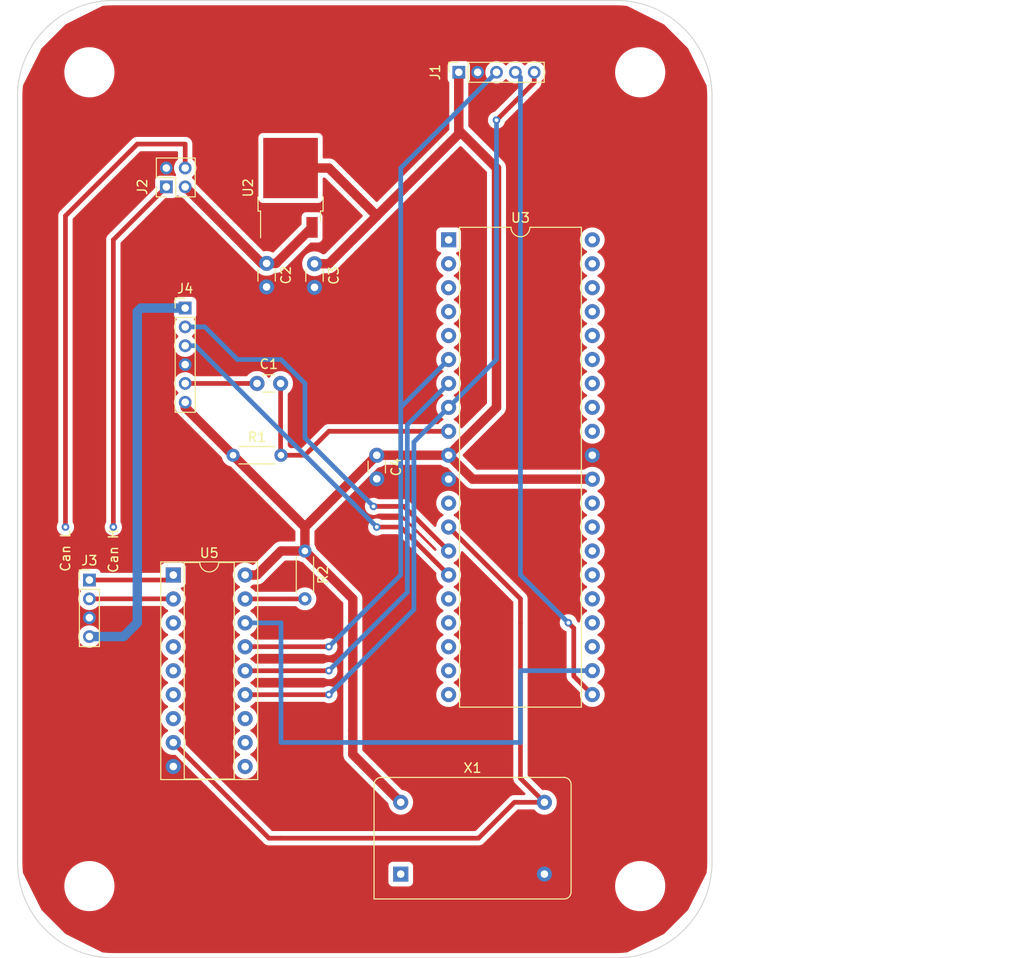
<source format=kicad_pcb>
(kicad_pcb (version 20211014) (generator pcbnew)
  (layers (0 "F.Cu" signal) (31 "B.Cu" signal) (34 "B.Paste" user) (35 "F.Paste" user) (36 "B.SilkS" user "B.Silkscreen") (37 "F.SilkS" user "F.Silkscreen") (38 "B.Mask" user) (39 "F.Mask" user) (44 "Edge.Cuts" user))
  (net 0 "")
  (net 1 "/TX Can")
  (net 2 "GND")
  (net 3 "+3V3")
  (net 4 "/Rx Can")
  (net 5 "/CanL")
  (net 6 "/CanH")
  (net 7 "+5V")
  (net 8 "+12V")
  (net 14 "/MOSI")
  (net 15 "/MISO")
  (net 16 "/SCK")
  (net 18 "/OSC")
  (net 19 "/UART TX")
  (net 20 "/UART RX")
  (net 26 "/CS0")
  (net 27 "/CS1")
  (net 52 "Net-(R2-Pad2)")
  (net 54 "/DTR")
  (net 55 "/Reset_atmega")
  (footprint "Package_DIP:DIP-40_W15.24mm" (layer "F.Cu") (at 129.54 55.88)
    (fp_text reference "U3" (at 7.62 -2.33) (layer "F.SilkS"))
    (fp_text value "ATmega644A-P")
    (fp_line (start 1.16 49.59) (end 14.08 49.59) (layer "F.SilkS") (width 0.12))
    (fp_line (start 6.62 -1.33) (end 1.16 -1.33) (layer "F.SilkS") (width 0.12))
    (fp_line (start 1.16 -1.33) (end 1.16 49.59) (layer "F.SilkS") (width 0.12))
    (fp_line (start 14.08 -1.33) (end 8.62 -1.33) (layer "F.SilkS") (width 0.12))
    (fp_line (start 14.08 49.59) (end 14.08 -1.33) (layer "F.SilkS") (width 0.12))
    (fp_arc (start 8.62 -1.33) (mid 7.62 -0.33) (end 6.62 -1.33) (layer "F.SilkS") (width 0.12))
    (pad "1" thru_hole rect (at 0 0) (size 1.6 1.6) (drill 0.8) (layers *.Cu *.Mask))
    (pad "2" thru_hole oval (at 0 2.54) (size 1.6 1.6) (drill 0.8) (layers *.Cu *.Mask))
    (pad "3" thru_hole oval (at 0 5.08) (size 1.6 1.6) (drill 0.8) (layers *.Cu *.Mask))
    (pad "4" thru_hole oval (at 0 7.62) (size 1.6 1.6) (drill 0.8) (layers *.Cu *.Mask))
    (pad "5" thru_hole oval (at 0 10.16) (size 1.6 1.6) (drill 0.8) (layers *.Cu *.Mask))
    (pad "6" thru_hole oval (at 0 12.7) (size 1.6 1.6) (drill 0.8) (layers *.Cu *.Mask) (net 14 "/MOSI"))
    (pad "7" thru_hole oval (at 0 15.24) (size 1.6 1.6) (drill 0.8) (layers *.Cu *.Mask) (net 15 "/MISO"))
    (pad "8" thru_hole oval (at 0 17.78) (size 1.6 1.6) (drill 0.8) (layers *.Cu *.Mask) (net 16 "/SCK"))
    (pad "9" thru_hole oval (at 0 20.32) (size 1.6 1.6) (drill 0.8) (layers *.Cu *.Mask) (net 55 "/Reset_atmega"))
    (pad "10" thru_hole oval (at 0 22.86) (size 1.6 1.6) (drill 0.8) (layers *.Cu *.Mask) (net 7 "+5V"))
    (pad "11" thru_hole oval (at 0 25.4) (size 1.6 1.6) (drill 0.8) (layers *.Cu *.Mask) (net 2 "GND"))
    (pad "12" thru_hole oval (at 0 27.94) (size 1.6 1.6) (drill 0.8) (layers *.Cu *.Mask))
    (pad "13" thru_hole oval (at 0 30.48) (size 1.6 1.6) (drill 0.8) (layers *.Cu *.Mask) (net 18 "/OSC"))
    (pad "14" thru_hole oval (at 0 33.02) (size 1.6 1.6) (drill 0.8) (layers *.Cu *.Mask) (net 19 "/UART TX"))
    (pad "15" thru_hole oval (at 0 35.56) (size 1.6 1.6) (drill 0.8) (layers *.Cu *.Mask) (net 20 "/UART RX"))
    (pad "16" thru_hole oval (at 0 38.1) (size 1.6 1.6) (drill 0.8) (layers *.Cu *.Mask))
    (pad "17" thru_hole oval (at 0 40.64) (size 1.6 1.6) (drill 0.8) (layers *.Cu *.Mask))
    (pad "18" thru_hole oval (at 0 43.18) (size 1.6 1.6) (drill 0.8) (layers *.Cu *.Mask))
    (pad "19" thru_hole oval (at 0 45.72) (size 1.6 1.6) (drill 0.8) (layers *.Cu *.Mask))
    (pad "20" thru_hole oval (at 0 48.26) (size 1.6 1.6) (drill 0.8) (layers *.Cu *.Mask))
    (pad "21" thru_hole oval (at 15.24 48.26) (size 1.6 1.6) (drill 0.8) (layers *.Cu *.Mask) (net 26 "/CS0"))
    (pad "22" thru_hole oval (at 15.24 45.72) (size 1.6 1.6) (drill 0.8) (layers *.Cu *.Mask) (net 27 "/CS1"))
    (pad "23" thru_hole oval (at 15.24 43.18) (size 1.6 1.6) (drill 0.8) (layers *.Cu *.Mask))
    (pad "24" thru_hole oval (at 15.24 40.64) (size 1.6 1.6) (drill 0.8) (layers *.Cu *.Mask))
    (pad "25" thru_hole oval (at 15.24 38.1) (size 1.6 1.6) (drill 0.8) (layers *.Cu *.Mask))
    (pad "26" thru_hole oval (at 15.24 35.56) (size 1.6 1.6) (drill 0.8) (layers *.Cu *.Mask))
    (pad "27" thru_hole oval (at 15.24 33.02) (size 1.6 1.6) (drill 0.8) (layers *.Cu *.Mask))
    (pad "28" thru_hole oval (at 15.24 30.48) (size 1.6 1.6) (drill 0.8) (layers *.Cu *.Mask))
    (pad "29" thru_hole oval (at 15.24 27.94) (size 1.6 1.6) (drill 0.8) (layers *.Cu *.Mask))
    (pad "30" thru_hole oval (at 15.24 25.4) (size 1.6 1.6) (drill 0.8) (layers *.Cu *.Mask) (net 7 "+5V"))
    (pad "31" thru_hole oval (at 15.24 22.86) (size 1.6 1.6) (drill 0.8) (layers *.Cu *.Mask) (net 2 "GND"))
    (pad "32" thru_hole oval (at 15.24 20.32) (size 1.6 1.6) (drill 0.8) (layers *.Cu *.Mask))
    (pad "33" thru_hole oval (at 15.24 17.78) (size 1.6 1.6) (drill 0.8) (layers *.Cu *.Mask))
    (pad "34" thru_hole oval (at 15.24 15.24) (size 1.6 1.6) (drill 0.8) (layers *.Cu *.Mask))
    (pad "35" thru_hole oval (at 15.24 12.7) (size 1.6 1.6) (drill 0.8) (layers *.Cu *.Mask))
    (pad "36" thru_hole oval (at 15.24 10.16) (size 1.6 1.6) (drill 0.8) (layers *.Cu *.Mask))
    (pad "37" thru_hole oval (at 15.24 7.62) (size 1.6 1.6) (drill 0.8) (layers *.Cu *.Mask))
    (pad "38" thru_hole oval (at 15.24 5.08) (size 1.6 1.6) (drill 0.8) (layers *.Cu *.Mask))
    (pad "39" thru_hole oval (at 15.24 2.54) (size 1.6 1.6) (drill 0.8) (layers *.Cu *.Mask))
    (pad "40" thru_hole oval (at 15.24 0) (size 1.6 1.6) (drill 0.8) (layers *.Cu *.Mask))
  )
  (footprint "Capacitor_THT:C_Disc_D3.0mm_W1.6mm_P2.50mm" (layer "F.Cu") (at 109.22 71.12)
    (fp_text reference "C1" (at 1.25 -2.05) (layer "F.SilkS"))
    (fp_text value "10u")
    (fp_line (start 0.621 -0.92) (end 1.879 -0.92) (layer "F.SilkS") (width 0.12))
    (fp_line (start 0.621 0.92) (end 1.879 0.92) (layer "F.SilkS") (width 0.12))
    (pad "1" thru_hole circle (at 0 0) (size 1.6 1.6) (drill 0.8) (layers *.Cu *.Mask) (net 54 "/DTR"))
    (pad "2" thru_hole circle (at 2.5 0) (size 1.6 1.6) (drill 0.8) (layers *.Cu *.Mask) (net 55 "/Reset_atmega"))
  )
  (footprint "Resistor_THT:R_Axial_DIN0204_L3.6mm_D1.6mm_P5.08mm_Horizontal" (layer "F.Cu") (at 114.3 88.9 -90)
    (fp_text reference "R2" (at 2.54 -1.92 90) (layer "F.SilkS"))
    (fp_text value "10k")
    (fp_line (start 0.62 0.92) (end 4.46 0.92) (layer "F.SilkS") (width 0.12))
    (fp_line (start 0.62 -0.92) (end 4.46 -0.92) (layer "F.SilkS") (width 0.12))
    (pad "1" thru_hole circle (at 0 0 270) (size 1.4 1.4) (drill 0.7) (layers *.Cu *.Mask) (net 7 "+5V"))
    (pad "2" thru_hole oval (at 5.08 0 270) (size 1.4 1.4) (drill 0.7) (layers *.Cu *.Mask) (net 52 "Net-(R2-Pad2)"))
  )
  (footprint "MountingHole:MountingHole_4.3mm_M4" (layer "F.Cu") (at 91.44 124.46)
    (fp_text reference "REF**" hide)
    (fp_text value "MountingHole_4.3mm_M4")
    (pad "" np_thru_hole circle (at 0 0) (size 4.3 4.3) (drill 4.3) (layers *.Cu *.Mask))
  )
  (footprint "Connector_PinSocket_2.00mm:PinSocket_2x02_P2.00mm_Vertical" (layer "F.Cu") (at 99.6 50.26 180)
    (fp_text reference "J2" (at 2.54 0 90) (layer "F.SilkS"))
    (fp_text value "Conn_02x02_Odd_Even")
    (fp_line (start -3.06 -1.06) (end -1 -1.06) (layer "F.SilkS") (width 0.12))
    (fp_line (start -3.06 -1.06) (end -3.06 3.06) (layer "F.SilkS") (width 0.12))
    (fp_line (start -1 1) (end 1.06 1) (layer "F.SilkS") (width 0.12))
    (fp_line (start 1.06 -1.06) (end 1.06 0) (layer "F.SilkS") (width 0.12))
    (fp_line (start -3.06 3.06) (end 1.06 3.06) (layer "F.SilkS") (width 0.12))
    (fp_line (start -1 -1.06) (end -1 1) (layer "F.SilkS") (width 0.12))
    (fp_line (start 0 -1.06) (end 1.06 -1.06) (layer "F.SilkS") (width 0.12))
    (fp_line (start 1.06 1) (end 1.06 3.06) (layer "F.SilkS") (width 0.12))
    (pad "1" thru_hole rect (at 0 0 180) (size 1.35 1.35) (drill 0.8) (layers *.Cu *.Mask) (net 6 "/CanH"))
    (pad "2" thru_hole oval (at -2 0 180) (size 1.35 1.35) (drill 0.8) (layers *.Cu *.Mask) (net 8 "+12V"))
    (pad "3" thru_hole oval (at 0 2 180) (size 1.35 1.35) (drill 0.8) (layers *.Cu *.Mask) (net 2 "GND"))
    (pad "4" thru_hole oval (at -2 2 180) (size 1.35 1.35) (drill 0.8) (layers *.Cu *.Mask) (net 5 "/CanL"))
  )
  (footprint "MountingHole:MountingHole_4.3mm_M4" (layer "F.Cu") (at 149.86 38.1)
    (fp_text reference "REF**" hide)
    (fp_text value "MountingHole_4.3mm_M4")
    (pad "" np_thru_hole circle (at 0 0) (size 4.3 4.3) (drill 4.3) (layers *.Cu *.Mask))
  )
  (footprint "Resistor_THT:R_Axial_DIN0204_L3.6mm_D1.6mm_P5.08mm_Horizontal" (layer "F.Cu") (at 106.68 78.74)
    (fp_text reference "R1" (at 2.54 -1.92) (layer "F.SilkS"))
    (fp_text value "10k")
    (fp_line (start 0.62 0.92) (end 4.46 0.92) (layer "F.SilkS") (width 0.12))
    (fp_line (start 0.62 -0.92) (end 4.46 -0.92) (layer "F.SilkS") (width 0.12))
    (pad "1" thru_hole circle (at 0 0) (size 1.4 1.4) (drill 0.7) (layers *.Cu *.Mask) (net 7 "+5V"))
    (pad "2" thru_hole oval (at 5.08 0) (size 1.4 1.4) (drill 0.7) (layers *.Cu *.Mask) (net 55 "/Reset_atmega"))
  )
  (footprint "Capacitor_THT:C_Disc_D3.0mm_W1.6mm_P2.50mm" (layer "F.Cu") (at 110.235 58.38 -90)
    (fp_text reference "C2" (at 1.25 -2.05 90) (layer "F.SilkS"))
    (fp_text value "10u")
    (fp_line (start 0.621 0.92) (end 1.879 0.92) (layer "F.SilkS") (width 0.12))
    (fp_line (start 0.621 -0.92) (end 1.879 -0.92) (layer "F.SilkS") (width 0.12))
    (pad "1" thru_hole circle (at 0 0 270) (size 1.6 1.6) (drill 0.8) (layers *.Cu *.Mask) (net 8 "+12V"))
    (pad "2" thru_hole circle (at 2.5 0 270) (size 1.6 1.6) (drill 0.8) (layers *.Cu *.Mask) (net 2 "GND"))
  )
  (footprint "Connector_PinSocket_2.00mm:PinSocket_1x05_P2.00mm_Vertical" (layer "F.Cu") (at 130.62 38.1 90)
    (fp_text reference "J1" (at 0 -2.5 90) (layer "F.SilkS"))
    (fp_text value "7Seg con")
    (fp_line (start -1.06 1) (end 1.06 1) (layer "F.SilkS") (width 0.12))
    (fp_line (start -1.06 9.06) (end 1.06 9.06) (layer "F.SilkS") (width 0.12))
    (fp_line (start -1.06 1) (end -1.06 9.06) (layer "F.SilkS") (width 0.12))
    (fp_line (start 1.06 1) (end 1.06 9.06) (layer "F.SilkS") (width 0.12))
    (fp_line (start 0 -1.06) (end 1.06 -1.06) (layer "F.SilkS") (width 0.12))
    (fp_line (start 1.06 -1.06) (end 1.06 0) (layer "F.SilkS") (width 0.12))
    (pad "1" thru_hole rect (at 0 0 90) (size 1.35 1.35) (drill 0.8) (layers *.Cu *.Mask) (net 7 "+5V"))
    (pad "2" thru_hole oval (at 0 2 90) (size 1.35 1.35) (drill 0.8) (layers *.Cu *.Mask) (net 2 "GND"))
    (pad "3" thru_hole oval (at 0 4 90) (size 1.35 1.35) (drill 0.8) (layers *.Cu *.Mask) (net 14 "/MOSI"))
    (pad "4" thru_hole oval (at 0 6 90) (size 1.35 1.35) (drill 0.8) (layers *.Cu *.Mask) (net 26 "/CS0"))
    (pad "5" thru_hole oval (at 0 8 90) (size 1.35 1.35) (drill 0.8) (layers *.Cu *.Mask) (net 16 "/SCK"))
  )
  (footprint "Connector_PinHeader_2.00mm:PinHeader_1x06_P2.00mm_Vertical" (layer "F.Cu") (at 101.6 63.12)
    (fp_text reference "J4" (at 0 -2.06) (layer "F.SilkS"))
    (fp_text value "USB UART BOB")
    (fp_line (start -1.06 1) (end 1.06 1) (layer "F.SilkS") (width 0.12))
    (fp_line (start 1.06 1) (end 1.06 11.06) (layer "F.SilkS") (width 0.12))
    (fp_line (start -1.06 0) (end -1.06 -1.06) (layer "F.SilkS") (width 0.12))
    (fp_line (start -1.06 1) (end -1.06 11.06) (layer "F.SilkS") (width 0.12))
    (fp_line (start -1.06 11.06) (end 1.06 11.06) (layer "F.SilkS") (width 0.12))
    (fp_line (start -1.06 -1.06) (end 0 -1.06) (layer "F.SilkS") (width 0.12))
    (pad "1" thru_hole rect (at 0 0) (size 1.35 1.35) (drill 0.8) (layers *.Cu *.Mask) (net 3 "+3V3"))
    (pad "2" thru_hole oval (at 0 2) (size 1.35 1.35) (drill 0.8) (layers *.Cu *.Mask) (net 19 "/UART TX"))
    (pad "3" thru_hole oval (at 0 4) (size 1.35 1.35) (drill 0.8) (layers *.Cu *.Mask) (net 20 "/UART RX"))
    (pad "4" thru_hole oval (at 0 6) (size 1.35 1.35) (drill 0.8) (layers *.Cu *.Mask) (net 2 "GND"))
    (pad "5" thru_hole oval (at 0 8) (size 1.35 1.35) (drill 0.8) (layers *.Cu *.Mask) (net 54 "/DTR"))
    (pad "6" thru_hole oval (at 0 10) (size 1.35 1.35) (drill 0.8) (layers *.Cu *.Mask) (net 7 "+5V"))
  )
  (footprint "MountingHole:MountingHole_4.3mm_M4" (layer "F.Cu") (at 91.44 38.1)
    (fp_text reference "REF**" hide)
    (fp_text value "MountingHole_4.3mm_M4")
    (pad "" np_thru_hole circle (at 0 0) (size 4.3 4.3) (drill 4.3) (layers *.Cu *.Mask))
  )
  (footprint "Package_DIP:DIP-18_W7.62mm_Socket" (layer "F.Cu") (at 100.34 91.45)
    (fp_text reference "U5" (at 3.81 -2.33) (layer "F.SilkS"))
    (fp_text value "MCP2515")
    (fp_line (start 6.46 -1.33) (end 4.81 -1.33) (layer "F.SilkS") (width 0.12))
    (fp_line (start 1.16 -1.33) (end 1.16 21.65) (layer "F.SilkS") (width 0.12))
    (fp_line (start 1.16 21.65) (end 6.46 21.65) (layer "F.SilkS") (width 0.12))
    (fp_line (start 8.95 21.71) (end 8.95 -1.39) (layer "F.SilkS") (width 0.12))
    (fp_line (start 8.95 -1.39) (end -1.33 -1.39) (layer "F.SilkS") (width 0.12))
    (fp_line (start -1.33 -1.39) (end -1.33 21.71) (layer "F.SilkS") (width 0.12))
    (fp_line (start 2.81 -1.33) (end 1.16 -1.33) (layer "F.SilkS") (width 0.12))
    (fp_line (start 6.46 21.65) (end 6.46 -1.33) (layer "F.SilkS") (width 0.12))
    (fp_line (start -1.33 21.71) (end 8.95 21.71) (layer "F.SilkS") (width 0.12))
    (fp_arc (start 4.81 -1.33) (mid 3.81 -0.33) (end 2.81 -1.33) (layer "F.SilkS") (width 0.12))
    (pad "1" thru_hole rect (at 0 0) (size 1.6 1.6) (drill 0.8) (layers *.Cu *.Mask) (net 1 "/TX Can"))
    (pad "2" thru_hole oval (at 0 2.54) (size 1.6 1.6) (drill 0.8) (layers *.Cu *.Mask) (net 4 "/Rx Can"))
    (pad "3" thru_hole oval (at 0 5.08) (size 1.6 1.6) (drill 0.8) (layers *.Cu *.Mask))
    (pad "4" thru_hole oval (at 0 7.62) (size 1.6 1.6) (drill 0.8) (layers *.Cu *.Mask))
    (pad "5" thru_hole oval (at 0 10.16) (size 1.6 1.6) (drill 0.8) (layers *.Cu *.Mask))
    (pad "6" thru_hole oval (at 0 12.7) (size 1.6 1.6) (drill 0.8) (layers *.Cu *.Mask))
    (pad "7" thru_hole oval (at 0 15.24) (size 1.6 1.6) (drill 0.8) (layers *.Cu *.Mask))
    (pad "8" thru_hole oval (at 0 17.78) (size 1.6 1.6) (drill 0.8) (layers *.Cu *.Mask) (net 18 "/OSC"))
    (pad "9" thru_hole oval (at 0 20.32) (size 1.6 1.6) (drill 0.8) (layers *.Cu *.Mask) (net 2 "GND"))
    (pad "10" thru_hole oval (at 7.62 20.32) (size 1.6 1.6) (drill 0.8) (layers *.Cu *.Mask))
    (pad "11" thru_hole oval (at 7.62 17.78) (size 1.6 1.6) (drill 0.8) (layers *.Cu *.Mask))
    (pad "12" thru_hole oval (at 7.62 15.24) (size 1.6 1.6) (drill 0.8) (layers *.Cu *.Mask))
    (pad "13" thru_hole oval (at 7.62 12.7) (size 1.6 1.6) (drill 0.8) (layers *.Cu *.Mask) (net 16 "/SCK"))
    (pad "14" thru_hole oval (at 7.62 10.16) (size 1.6 1.6) (drill 0.8) (layers *.Cu *.Mask) (net 15 "/MISO"))
    (pad "15" thru_hole oval (at 7.62 7.62) (size 1.6 1.6) (drill 0.8) (layers *.Cu *.Mask) (net 14 "/MOSI"))
    (pad "16" thru_hole oval (at 7.62 5.08) (size 1.6 1.6) (drill 0.8) (layers *.Cu *.Mask) (net 27 "/CS1"))
    (pad "17" thru_hole oval (at 7.62 2.54) (size 1.6 1.6) (drill 0.8) (layers *.Cu *.Mask) (net 52 "Net-(R2-Pad2)"))
    (pad "18" thru_hole oval (at 7.62 0) (size 1.6 1.6) (drill 0.8) (layers *.Cu *.Mask) (net 7 "+5V"))
  )
  (footprint "Package_TO_SOT_SMD:TO-252-2" (layer "F.Cu") (at 112.775 50.36 90)
    (fp_text reference "U2" (at 0 -4.5 90) (layer "F.SilkS"))
    (fp_text value "LD1086DT50TR")
    (fp_line (start -2.47 -3.45) (end -2.47 -3.18) (layer "F.SilkS") (width 0.12))
    (fp_line (start -0.97 3.45) (end -2.47 3.45) (layer "F.SilkS") (width 0.12))
    (fp_line (start -2.47 -3.18) (end -5.3 -3.18) (layer "F.SilkS") (width 0.12))
    (fp_line (start -0.97 -3.45) (end -2.47 -3.45) (layer "F.SilkS") (width 0.12))
    (fp_line (start -2.47 3.18) (end -3.57 3.18) (layer "F.SilkS") (width 0.12))
    (fp_line (start -2.47 3.45) (end -2.47 3.18) (layer "F.SilkS") (width 0.12))
    (pad "1" smd rect (at -4.2 -2.28 90) (size 2.2 1.2) (layers "F.Cu" "F.Paste" "F.Mask") (net 2 "GND"))
    (pad "2" smd rect (at 2.1 0 90) (size 6.4 5.8) (layers "F.Cu" "F.Mask") (net 7 "+5V"))
    (pad "3" smd rect (at -4.2 2.28 90) (size 2.2 1.2) (layers "F.Cu" "F.Paste" "F.Mask") (net 8 "+12V"))
  )
  (footprint "Capacitor_THT:C_Disc_D3.0mm_W1.6mm_P2.50mm" (layer "F.Cu") (at 115.315 58.42 -90)
    (fp_text reference "C3" (at 1.25 -2.05 90) (layer "F.SilkS"))
    (fp_text value "10u")
    (fp_line (start 0.621 -0.92) (end 1.879 -0.92) (layer "F.SilkS") (width 0.12))
    (fp_line (start 0.621 0.92) (end 1.879 0.92) (layer "F.SilkS") (width 0.12))
    (pad "1" thru_hole circle (at 0 0 270) (size 1.6 1.6) (drill 0.8) (layers *.Cu *.Mask) (net 7 "+5V"))
    (pad "2" thru_hole circle (at 2.5 0 270) (size 1.6 1.6) (drill 0.8) (layers *.Cu *.Mask) (net 2 "GND"))
  )
  (footprint "Capacitor_THT:C_Disc_D3.0mm_W1.6mm_P2.50mm" (layer "F.Cu") (at 121.92 78.74 -90)
    (fp_text reference "C4" (at 1.25 -2.05 90) (layer "F.SilkS"))
    (fp_text value "100n")
    (fp_line (start 0.621 0.92) (end 1.879 0.92) (layer "F.SilkS") (width 0.12))
    (fp_line (start 0.621 -0.92) (end 1.879 -0.92) (layer "F.SilkS") (width 0.12))
    (pad "1" thru_hole circle (at 0 0 270) (size 1.6 1.6) (drill 0.8) (layers *.Cu *.Mask) (net 7 "+5V"))
    (pad "2" thru_hole circle (at 2.5 0 270) (size 1.6 1.6) (drill 0.8) (layers *.Cu *.Mask) (net 2 "GND"))
  )
  (footprint "MountingHole:MountingHole_4.3mm_M4" (layer "F.Cu") (at 149.86 124.46)
    (fp_text reference "REF**" hide)
    (fp_text value "MountingHole_4.3mm_M4")
    (pad "" np_thru_hole circle (at 0 0) (size 4.3 4.3) (drill 4.3) (layers *.Cu *.Mask))
  )
  (footprint "Oscillator:Oscillator_DIP-14" (layer "F.Cu") (at 124.46 123.19)
    (fp_text reference "X1" (at 7.62 -11.26) (layer "F.SilkS"))
    (fp_text value "ACO-20MHz-A")
    (fp_line (start 18.07 1.89) (end 18.07 -9.51) (layer "F.SilkS") (width 0.12))
    (fp_line (start -2.83 -9.51) (end -2.83 2.64) (layer "F.SilkS") (width 0.12))
    (fp_line (start -2.83 2.64) (end 17.32 2.64) (layer "F.SilkS") (width 0.12))
    (fp_line (start 17.32 -10.26) (end -2.08 -10.26) (layer "F.SilkS") (width 0.12))
    (fp_arc (start -2.83 -9.51) (mid -2.61033 -10.04033) (end -2.08 -10.26) (layer "F.SilkS") (width 0.12))
    (fp_arc (start 18.07 1.89) (mid 17.85033 2.42033) (end 17.32 2.64) (layer "F.SilkS") (width 0.12))
    (fp_arc (start 17.32 -10.26) (mid 17.85033 -10.04033) (end 18.07 -9.51) (layer "F.SilkS") (width 0.12))
    (pad "1" thru_hole rect (at 0 0) (size 1.6 1.6) (drill 0.8) (layers *.Cu *.Mask))
    (pad "7" thru_hole circle (at 15.24 0) (size 1.6 1.6) (drill 0.8) (layers *.Cu *.Mask) (net 2 "GND"))
    (pad "8" thru_hole circle (at 15.24 -7.62) (size 1.6 1.6) (drill 0.8) (layers *.Cu *.Mask) (net 18 "/OSC"))
    (pad "14" thru_hole circle (at 0 -7.62) (size 1.6 1.6) (drill 0.8) (layers *.Cu *.Mask) (net 7 "+5V"))
  )
  (footprint "Connector_PinHeader_2.00mm:PinHeader_1x04_P2.00mm_Vertical" (layer "F.Cu") (at 91.44 91.98)
    (fp_text reference "J3" (at 0 -2.06) (layer "F.SilkS"))
    (fp_text value "CAN BOB")
    (fp_line (start 1.06 1) (end 1.06 7.06) (layer "F.SilkS") (width 0.12))
    (fp_line (start -1.06 7.06) (end 1.06 7.06) (layer "F.SilkS") (width 0.12))
    (fp_line (start -1.06 0) (end -1.06 -1.06) (layer "F.SilkS") (width 0.12))
    (fp_line (start -1.06 -1.06) (end 0 -1.06) (layer "F.SilkS") (width 0.12))
    (fp_line (start -1.06 1) (end 1.06 1) (layer "F.SilkS") (width 0.12))
    (fp_line (start -1.06 1) (end -1.06 7.06) (layer "F.SilkS") (width 0.12))
    (pad "1" thru_hole rect (at 0 0) (size 1.35 1.35) (drill 0.8) (layers *.Cu *.Mask) (net 1 "/TX Can"))
    (pad "2" thru_hole oval (at 0 2) (size 1.35 1.35) (drill 0.8) (layers *.Cu *.Mask) (net 4 "/Rx Can"))
    (pad "3" thru_hole oval (at 0 4) (size 1.35 1.35) (drill 0.8) (layers *.Cu *.Mask) (net 2 "GND"))
    (pad "4" thru_hole oval (at 0 6) (size 1.35 1.35) (drill 0.8) (layers *.Cu *.Mask) (net 3 "+3V3"))
  )
  (gr_arc (start 157.48 121.92) (mid 154.504205 129.104205) (end 147.32 132.08) (layer "Edge.Cuts") (width 0.1))
  (gr_arc (start 93.98 132.08) (mid 86.795795 129.104205) (end 83.82 121.92) (layer "Edge.Cuts") (width 0.1))
  (gr_line (start 147.32 132.08) (end 93.98 132.08) (layer "Edge.Cuts") (width 0.1))
  (gr_line (start 157.48 40.64) (end 157.48 121.92) (layer "Edge.Cuts") (width 0.1))
  (gr_arc (start 147.32 30.48) (mid 154.504205 33.455795) (end 157.48 40.64) (layer "Edge.Cuts") (width 0.1))
  (gr_line (start 93.98 30.48) (end 147.32 30.48) (layer "Edge.Cuts") (width 0.1))
  (gr_arc (start 83.82 40.64) (mid 86.795795 33.455795) (end 93.98 30.48) (layer "Edge.Cuts") (width 0.1))
  (gr_line (start 83.82 121.92) (end 83.82 40.64) (layer "Edge.Cuts") (width 0.1))
  (gr_text "Can H\n" (at 93.98 88.9 90) (layer "F.SilkS") (effects (font (size 1 1))))
  (gr_text "Can L" (at 88.9 88.9 90) (layer "F.SilkS") (effects (font (size 1 1))))
  (segment (start 91.44 91.98) (end 99.81 91.98) (width 0.5) (layer "F.Cu") (net 1))
  (segment (start 99.81 91.98) (end 100.34 91.45) (width 0.5) (layer "F.Cu") (net 1))
  (segment (start 121.96 81.28) (end 121.92 81.24) (width 0.25) (layer "F.Cu") (net 2))
  (segment (start 129.54 81.28) (end 121.96 81.28) (width 0.5) (layer "F.Cu") (net 2))
  (segment (start 96.52 96.52) (end 95.06 97.98) (width 1) (layer "B.Cu") (net 3))
  (segment (start 101.6 63.12) (end 96.9 63.12) (width 1) (layer "B.Cu") (net 3))
  (segment (start 96.52 63.5) (end 96.52 96.52) (width 1) (layer "B.Cu") (net 3))
  (segment (start 95.06 97.98) (end 91.44 97.98) (width 1) (layer "B.Cu") (net 3))
  (segment (start 96.9 63.12) (end 96.52 63.5) (width 1) (layer "B.Cu") (net 3))
  (segment (start 100.33 93.98) (end 100.34 93.99) (width 0.5) (layer "F.Cu") (net 4))
  (segment (start 91.44 93.98) (end 100.33 93.98) (width 0.5) (layer "F.Cu") (net 4))
  (segment (start 101.6 45.72) (end 96.52 45.72) (width 0.5) (layer "F.Cu") (net 5))
  (segment (start 101.6 48.26) (end 101.6 45.72) (width 0.5) (layer "F.Cu") (net 5))
  (segment (start 88.9 53.34) (end 88.9 86.36) (width 0.5) (layer "F.Cu") (net 5))
  (segment (start 96.52 45.72) (end 88.9 53.34) (width 0.5) (layer "F.Cu") (net 5))
  (via (at 88.9 86.36) (size 0.8) (drill 0.4) (layers "F.Cu" "B.Cu") (net 5))
  (segment (start 93.98 55.88) (end 93.98 86.36) (width 0.5) (layer "F.Cu") (net 6))
  (segment (start 99.6 50.26) (end 93.98 55.88) (width 0.5) (layer "F.Cu") (net 6))
  (via (at 93.98 86.36) (size 0.8) (drill 0.4) (layers "F.Cu" "B.Cu") (net 6))
  (segment (start 101.6 73.66) (end 106.68 78.74) (width 1) (layer "F.Cu") (net 7))
  (segment (start 129.54 78.74) (end 134.62 73.66) (width 1) (layer "F.Cu") (net 7))
  (segment (start 115.315 58.42) (end 116.84 58.42) (width 1) (layer "F.Cu") (net 7))
  (segment (start 134.62 73.66) (end 134.62 48.26) (width 1) (layer "F.Cu") (net 7))
  (segment (start 109.21 91.45) (end 111.76 88.9) (width 1) (layer "F.Cu") (net 7))
  (segment (start 101.6 73.12) (end 101.6 73.66) (width 1) (layer "F.Cu") (net 7))
  (segment (start 116.84 58.42) (end 119.38 55.88) (width 1) (layer "F.Cu") (net 7))
  (segment (start 114.3 88.9) (end 114.3 86.36) (width 1) (layer "F.Cu") (net 7))
  (segment (start 121.92 53.34) (end 119.38 55.88) (width 1) (layer "F.Cu") (net 7))
  (segment (start 107.96 91.45) (end 109.21 91.45) (width 1) (layer "F.Cu") (net 7))
  (segment (start 114.3 88.9) (end 119.38 93.98) (width 1) (layer "F.Cu") (net 7))
  (segment (start 106.68 78.74) (end 114.3 86.36) (width 1) (layer "F.Cu") (net 7))
  (segment (start 130.62 44.64) (end 130.62 38.1) (width 1) (layer "F.Cu") (net 7))
  (segment (start 130.62 44.26) (end 130.62 38.1) (width 1) (layer "F.Cu") (net 7))
  (segment (start 132.08 81.28) (end 129.54 78.74) (width 1) (layer "F.Cu") (net 7))
  (segment (start 134.62 48.26) (end 130.62 44.26) (width 1) (layer "F.Cu") (net 7))
  (segment (start 111.76 88.9) (end 114.3 88.9) (width 1) (layer "F.Cu") (net 7))
  (segment (start 114.3 86.36) (end 121.92 78.74) (width 1) (layer "F.Cu") (net 7))
  (segment (start 144.78 81.28) (end 132.08 81.28) (width 1) (layer "F.Cu") (net 7))
  (segment (start 119.38 55.88) (end 130.62 44.64) (width 1) (layer "F.Cu") (net 7))
  (segment (start 119.38 93.98) (end 119.38 107.95) (width 1) (layer "F.Cu") (net 7))
  (segment (start 112.775 48.26) (end 116.84 48.26) (width 1) (layer "F.Cu") (net 7))
  (segment (start 119.38 110.49) (end 124.46 115.57) (width 1) (layer "F.Cu") (net 7))
  (segment (start 121.92 78.74) (end 129.54 78.74) (width 1) (layer "F.Cu") (net 7))
  (segment (start 116.84 48.26) (end 121.92 53.34) (width 1) (layer "F.Cu") (net 7))
  (segment (start 119.38 107.95) (end 119.38 110.49) (width 1) (layer "F.Cu") (net 7))
  (segment (start 110.235 58.38) (end 111.235 58.38) (width 1) (layer "F.Cu") (net 8))
  (segment (start 101.6 50.26) (end 109.72 58.38) (width 1) (layer "F.Cu") (net 8))
  (segment (start 109.72 58.38) (end 110.235 58.38) (width 1) (layer "F.Cu") (net 8))
  (segment (start 111.235 58.38) (end 115.055 54.56) (width 1) (layer "F.Cu") (net 8))
  (segment (start 107.96 99.07) (end 107.97 99.06) (width 0.5) (layer "F.Cu") (net 14))
  (segment (start 107.97 99.06) (end 116.84 99.06) (width 0.5) (layer "F.Cu") (net 14))
  (via (at 116.84 99.06) (size 0.8) (drill 0.4) (layers "F.Cu" "B.Cu") (net 14))
  (segment (start 116.84 99.06) (end 124.46 91.44) (width 0.5) (layer "B.Cu") (net 14))
  (segment (start 124.46 73.66) (end 124.46 48.26) (width 0.5) (layer "B.Cu") (net 14))
  (segment (start 124.46 91.44) (end 124.46 73.66) (width 0.5) (layer "B.Cu") (net 14))
  (segment (start 124.46 48.26) (end 134.62 38.1) (width 0.5) (layer "B.Cu") (net 14))
  (segment (start 124.46 73.66) (end 129.54 68.58) (width 0.5) (layer "B.Cu") (net 14))
  (segment (start 116.47812 101.61) (end 107.96 101.61) (width 0.5) (layer "F.Cu") (net 15))
  (segment (start 116.84 101.6) (end 116.48812 101.6) (width 0.5) (layer "F.Cu") (net 15))
  (segment (start 116.48812 101.6) (end 116.47812 101.61) (width 0.5) (layer "F.Cu") (net 15))
  (via (at 116.84 101.6) (size 0.8) (drill 0.4) (layers "F.Cu" "B.Cu") (net 15))
  (segment (start 125.15952 93.28048) (end 125.15952 75.50048) (width 0.5) (layer "B.Cu") (net 15))
  (segment (start 116.84 101.6) (end 125.15952 93.28048) (width 0.5) (layer "B.Cu") (net 15))
  (segment (start 125.15952 75.50048) (end 129.54 71.12) (width 0.5) (layer "B.Cu") (net 15))
  (segment (start 138.62 39.18) (end 138.62 38.1) (width 0.5) (layer "F.Cu") (net 16))
  (segment (start 107.96 104.15) (end 116.83 104.15) (width 0.5) (layer "F.Cu") (net 16))
  (segment (start 134.62 43.18) (end 138.62 39.18) (width 0.5) (layer "F.Cu") (net 16))
  (segment (start 116.83 104.15) (end 116.84 104.14) (width 0.5) (layer "F.Cu") (net 16))
  (via (at 116.84 104.14) (size 0.8) (drill 0.4) (layers "F.Cu" "B.Cu") (net 16))
  (via (at 134.62 43.18) (size 0.8) (drill 0.4) (layers "F.Cu" "B.Cu") (net 16))
  (segment (start 134.62 68.58) (end 134.62 43.18) (width 0.5) (layer "B.Cu") (net 16))
  (segment (start 125.85904 77.34096) (end 129.54 73.66) (width 0.5) (layer "B.Cu") (net 16))
  (segment (start 129.54 73.66) (end 134.62 68.58) (width 0.5) (layer "B.Cu") (net 16))
  (segment (start 125.85904 95.12096) (end 125.85904 77.34096) (width 0.5) (layer "B.Cu") (net 16))
  (segment (start 116.84 104.14) (end 125.85904 95.12096) (width 0.5) (layer "B.Cu") (net 16))
  (segment (start 136.525 115.57) (end 132.715 119.38) (width 0.5) (layer "F.Cu") (net 18))
  (segment (start 111.76 119.38) (end 110.49 119.38) (width 0.5) (layer "F.Cu") (net 18))
  (segment (start 137.16 113.03) (end 139.7 115.57) (width 0.5) (layer "F.Cu") (net 18))
  (segment (start 137.16 93.98) (end 137.16 96.52) (width 0.5) (layer "F.Cu") (net 18))
  (segment (start 110.49 119.38) (end 100.34 109.23) (width 0.5) (layer "F.Cu") (net 18))
  (segment (start 129.54 86.36) (end 137.16 93.98) (width 0.5) (layer "F.Cu") (net 18))
  (segment (start 137.16 96.52) (end 137.16 113.03) (width 0.5) (layer "F.Cu") (net 18))
  (segment (start 139.7 115.57) (end 136.525 115.57) (width 0.5) (layer "F.Cu") (net 18))
  (segment (start 132.715 119.38) (end 111.76 119.38) (width 0.5) (layer "F.Cu") (net 18))
  (segment (start 121.57024 84.16976) (end 124.80976 84.16976) (width 0.5) (layer "F.Cu") (net 19))
  (segment (start 124.80976 84.16976) (end 129.54 88.9) (width 0.5) (layer "F.Cu") (net 19))
  (via (at 121.57024 84.16976) (size 0.8) (drill 0.4) (layers "F.Cu" "B.Cu") (net 19))
  (segment (start 101.6 65.12) (end 103.68 65.12) (width 0.5) (layer "B.Cu") (net 19))
  (segment (start 111.76 68.58) (end 114.3 71.12) (width 0.5) (layer "B.Cu") (net 19))
  (segment (start 103.68 65.12) (end 107.14 68.58) (width 0.5) (layer "B.Cu") (net 19))
  (segment (start 114.3 71.12) (end 114.3 76.89952) (width 0.5) (layer "B.Cu") (net 19))
  (segment (start 114.3 76.89952) (end 121.57024 84.16976) (width 0.5) (layer "B.Cu") (net 19))
  (segment (start 107.14 68.58) (end 111.76 68.58) (width 0.5) (layer "B.Cu") (net 19))
  (segment (start 124.46 86.36) (end 129.54 91.44) (width 0.5) (layer "F.Cu") (net 20))
  (segment (start 121.92 86.36) (end 124.46 86.36) (width 0.5) (layer "F.Cu") (net 20))
  (via (at 121.92 86.36) (size 0.8) (drill 0.4) (layers "F.Cu" "B.Cu") (net 20))
  (segment (start 102.68 67.12) (end 121.92 86.36) (width 0.5) (layer "B.Cu") (net 20))
  (segment (start 101.6 67.12) (end 102.68 67.12) (width 0.5) (layer "B.Cu") (net 20))
  (segment (start 142.81452 102.17452) (end 142.81452 97.09452) (width 0.5) (layer "F.Cu") (net 26))
  (segment (start 144.78 104.14) (end 142.81452 102.17452) (width 0.5) (layer "F.Cu") (net 26))
  (segment (start 142.81452 97.09452) (end 142.24 96.52) (width 0.5) (layer "F.Cu") (net 26))
  (via (at 142.24 96.52) (size 0.8) (drill 0.4) (layers "F.Cu" "B.Cu") (net 26))
  (segment (start 137.16 38.64) (end 136.62 38.1) (width 0.5) (layer "B.Cu") (net 26))
  (segment (start 137.16 91.44) (end 137.16 38.64) (width 0.5) (layer "B.Cu") (net 26))
  (segment (start 142.24 96.52) (end 137.16 91.44) (width 0.5) (layer "B.Cu") (net 26))
  (segment (start 144.78 101.6) (end 137.16 101.6) (width 0.5) (layer "B.Cu") (net 27))
  (segment (start 137.16 109.22) (end 111.76 109.22) (width 0.5) (layer "B.Cu") (net 27))
  (segment (start 111.76 109.22) (end 111.76 96.52) (width 0.5) (layer "B.Cu") (net 27))
  (segment (start 111.76 96.52) (end 111.75 96.53) (width 0.5) (layer "B.Cu") (net 27))
  (segment (start 137.16 101.6) (end 137.16 109.22) (width 0.5) (layer "B.Cu") (net 27))
  (segment (start 111.75 96.53) (end 107.96 96.53) (width 0.5) (layer "B.Cu") (net 27))
  (segment (start 107.96 93.99) (end 114.29 93.99) (width 0.5) (layer "F.Cu") (net 52))
  (segment (start 114.29 93.99) (end 114.3 93.98) (width 0.25) (layer "F.Cu") (net 52))
  (segment (start 101.6 71.12) (end 109.22 71.12) (width 0.5) (layer "F.Cu") (net 54))
  (segment (start 111.72 78.7) (end 111.76 78.74) (width 0.25) (layer "F.Cu") (net 55))
  (segment (start 111.76 78.74) (end 114.3 78.74) (width 0.5) (layer "F.Cu") (net 55))
  (segment (start 116.84 76.2) (end 129.54 76.2) (width 0.5) (layer "F.Cu") (net 55))
  (segment (start 111.72 71.12) (end 111.72 78.7) (width 0.5) (layer "F.Cu") (net 55))
  (segment (start 114.3 78.74) (end 116.84 76.2) (width 0.5) (layer "F.Cu") (net 55))
  (zone (net 2) (net_name "GND") (layer "F.Cu") (name "GND") (connect_pads yes (clearance 0.508)) (min_thickness 0.254) (fill yes (thermal_gap 0.508) (thermal_bridge_width 0.508))
    (polygon (pts (xy 152.4 33.02) (xy 154.94 35.56) (xy 157.48 40.64) (xy 157.48 121.92) (xy 154.94 127) (xy 152.4 129.54) (xy 147.32 132.08) (xy 93.98 132.08) (xy 88.9 129.54) (xy 86.36 127) (xy 83.82 121.92) (xy 83.82 40.64) (xy 86.36 35.56) (xy 88.9 33.02) (xy 93.98 30.48) (xy 147.32 30.48)))
  )
)
</source>
